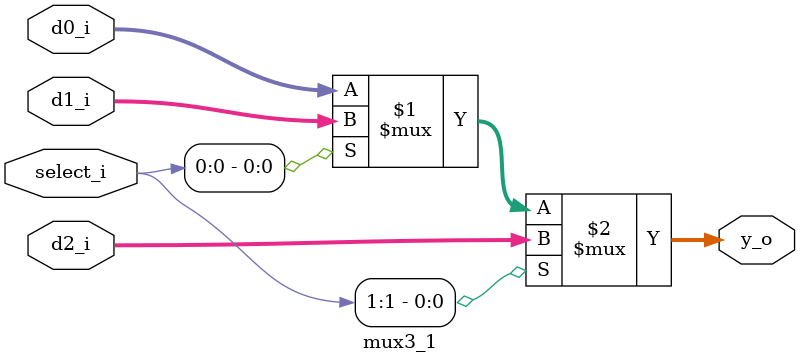
<source format=sv>

module mux3_1 #(
    parameter int WIDTH = 8
) (
    input logic [WIDTH-1:0] d0_i,
    input logic [WIDTH-1:0] d1_i,
    input logic [WIDTH-1:0] d2_i,
    input logic [1:0] select_i,
    output logic [WIDTH-1:0] y_o
);

  //-Assignment

  assign y_o = select_i[1] ? d2_i : (select_i[0] ? d1_i : d0_i);

endmodule

</source>
